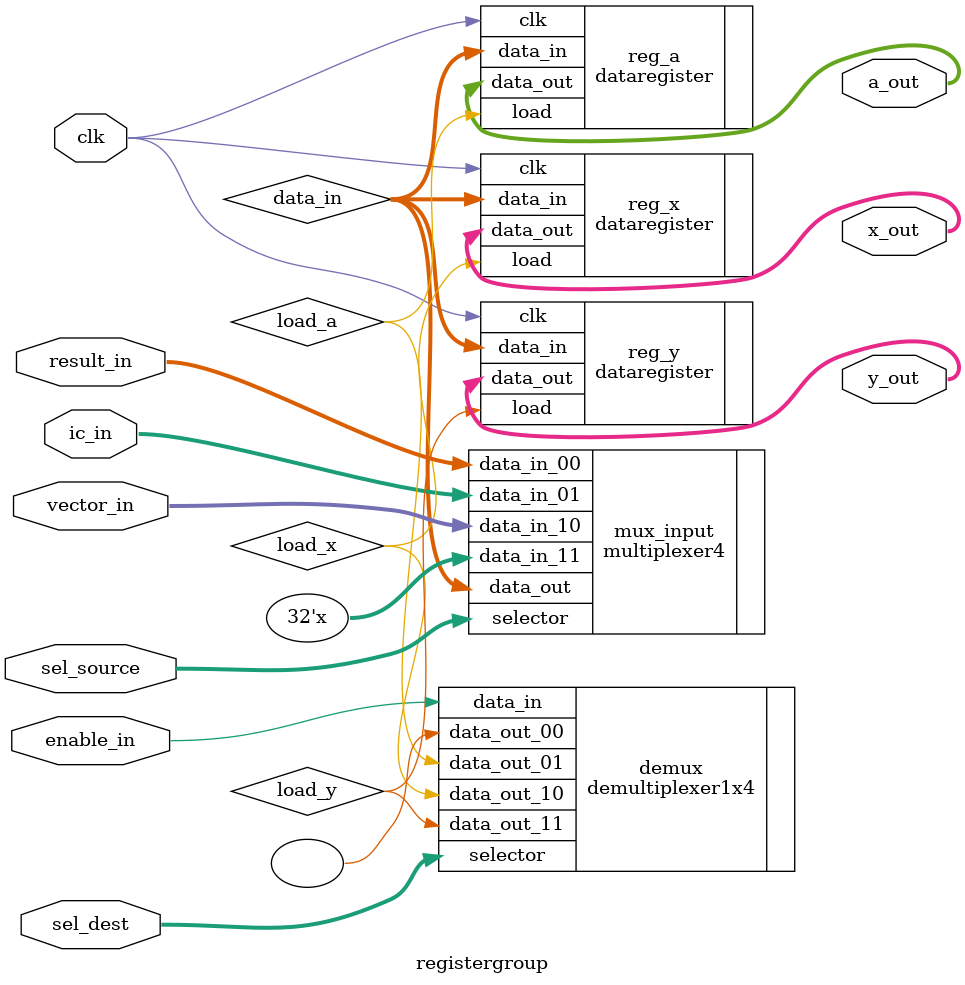
<source format=v>


module registergroup(clk, result_in, vector_in, ic_in, enable_in, x_out, y_out, a_out, sel_source, sel_dest);
   input         clk;
   
   input [31:0]  result_in;
   input [31:0]  vector_in;
   input [31:0]  ic_in;
   input         enable_in;
   
   output [31:0] x_out;
   output [31:0] y_out;
   output [31:0] a_out;
   
   input [1:0]   sel_source;
   input [1:0]   sel_dest;
   
   
   wire [31:0]   data_in;
   wire          load_x;
   wire          load_y;
   wire          load_a;
   
   
   multiplexer4 #(32) mux_input(.selector(sel_source), .data_in_00(result_in), .data_in_01(ic_in), .data_in_10(vector_in), .data_in_11(32'bxxxxxxxxxxxxxxxxxxxxxxxxxxxxxxxx), .data_out(data_in));
   
   
   demultiplexer1x4 demux(.selector(sel_dest), .data_in(enable_in), .data_out_00(), .data_out_01(load_a), .data_out_10(load_x), .data_out_11(load_y));
   
   
   dataregister reg_x(.clk(clk), .load(load_x), .data_in(data_in), .data_out(x_out));
   
   
   dataregister reg_y(.clk(clk), .load(load_y), .data_in(data_in), .data_out(y_out));
   
   
   dataregister reg_a(.clk(clk), .load(load_a), .data_in(data_in), .data_out(a_out));
   
endmodule

</source>
